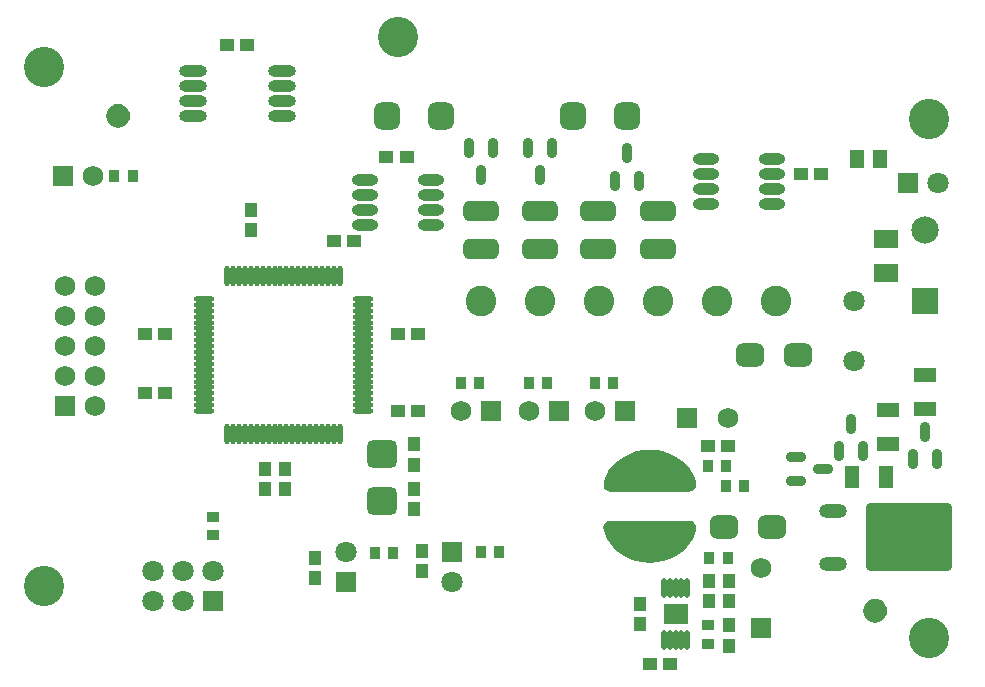
<source format=gts>
G04 Layer_Color=8388736*
%FSLAX24Y24*%
%MOIN*%
G70*
G01*
G75*
G04:AMPARAMS|DCode=62|XSize=287.5mil|YSize=226.5mil|CornerRadius=14.9mil|HoleSize=0mil|Usage=FLASHONLY|Rotation=0.000|XOffset=0mil|YOffset=0mil|HoleType=Round|Shape=RoundedRectangle|*
%AMROUNDEDRECTD62*
21,1,0.2875,0.1967,0,0,0.0*
21,1,0.2577,0.2265,0,0,0.0*
1,1,0.0299,0.1288,-0.0983*
1,1,0.0299,-0.1288,-0.0983*
1,1,0.0299,-0.1288,0.0983*
1,1,0.0299,0.1288,0.0983*
%
%ADD62ROUNDEDRECTD62*%
%ADD63O,0.0926X0.0474*%
%ADD64R,0.0356X0.0434*%
%ADD65O,0.0930X0.0375*%
%ADD66R,0.0474X0.0434*%
%ADD67R,0.0434X0.0474*%
%ADD68O,0.0671X0.0198*%
%ADD69O,0.0198X0.0671*%
%ADD70R,0.0493X0.0769*%
%ADD71R,0.0769X0.0493*%
%ADD72O,0.0671X0.0361*%
%ADD73O,0.0361X0.0671*%
%ADD74R,0.0789X0.0631*%
G04:AMPARAMS|DCode=75|XSize=94.6mil|YSize=76.9mil|CornerRadius=21.2mil|HoleSize=0mil|Usage=FLASHONLY|Rotation=0.000|XOffset=0mil|YOffset=0mil|HoleType=Round|Shape=RoundedRectangle|*
%AMROUNDEDRECTD75*
21,1,0.0946,0.0344,0,0,0.0*
21,1,0.0522,0.0769,0,0,0.0*
1,1,0.0424,0.0261,-0.0172*
1,1,0.0424,-0.0261,-0.0172*
1,1,0.0424,-0.0261,0.0172*
1,1,0.0424,0.0261,0.0172*
%
%ADD75ROUNDEDRECTD75*%
%ADD76R,0.0434X0.0356*%
%ADD77O,0.0198X0.0651*%
%ADD78R,0.0808X0.0690*%
G04:AMPARAMS|DCode=79|XSize=118.2mil|YSize=67.1mil|CornerRadius=18.8mil|HoleSize=0mil|Usage=FLASHONLY|Rotation=0.000|XOffset=0mil|YOffset=0mil|HoleType=Round|Shape=RoundedRectangle|*
%AMROUNDEDRECTD79*
21,1,0.1182,0.0295,0,0,0.0*
21,1,0.0807,0.0671,0,0,0.0*
1,1,0.0375,0.0404,-0.0148*
1,1,0.0375,-0.0404,-0.0148*
1,1,0.0375,-0.0404,0.0148*
1,1,0.0375,0.0404,0.0148*
%
%ADD79ROUNDEDRECTD79*%
%ADD80O,0.0880X0.0375*%
G04:AMPARAMS|DCode=81|XSize=98.6mil|YSize=90.7mil|CornerRadius=16.4mil|HoleSize=0mil|Usage=FLASHONLY|Rotation=180.000|XOffset=0mil|YOffset=0mil|HoleType=Round|Shape=RoundedRectangle|*
%AMROUNDEDRECTD81*
21,1,0.0986,0.0579,0,0,180.0*
21,1,0.0657,0.0907,0,0,180.0*
1,1,0.0328,-0.0329,0.0289*
1,1,0.0328,0.0329,0.0289*
1,1,0.0328,0.0329,-0.0289*
1,1,0.0328,-0.0329,-0.0289*
%
%ADD81ROUNDEDRECTD81*%
%ADD82R,0.0493X0.0631*%
G04:AMPARAMS|DCode=83|XSize=90.7mil|YSize=86.7mil|CornerRadius=23.7mil|HoleSize=0mil|Usage=FLASHONLY|Rotation=270.000|XOffset=0mil|YOffset=0mil|HoleType=Round|Shape=RoundedRectangle|*
%AMROUNDEDRECTD83*
21,1,0.0907,0.0394,0,0,270.0*
21,1,0.0433,0.0867,0,0,270.0*
1,1,0.0474,-0.0197,-0.0217*
1,1,0.0474,-0.0197,0.0217*
1,1,0.0474,0.0197,0.0217*
1,1,0.0474,0.0197,-0.0217*
%
%ADD83ROUNDEDRECTD83*%
%ADD84C,0.1340*%
%ADD85R,0.0710X0.0710*%
%ADD86C,0.0710*%
%ADD87C,0.0680*%
%ADD88R,0.0680X0.0680*%
%ADD89R,0.0907X0.0907*%
%ADD90C,0.0907*%
%ADD91R,0.0680X0.0680*%
%ADD92R,0.0710X0.0710*%
%ADD93C,0.1025*%
G36*
X26914Y44626D02*
X27010Y44586D01*
X27092Y44523D01*
X27155Y44441D01*
X27195Y44345D01*
X27208Y44242D01*
X27195Y44139D01*
X27155Y44044D01*
X27092Y43961D01*
X27010Y43898D01*
X26914Y43859D01*
X26811Y43845D01*
X26708Y43859D01*
X26612Y43898D01*
X26530Y43961D01*
X26467Y44044D01*
X26427Y44139D01*
X26414Y44242D01*
X26427Y44345D01*
X26467Y44441D01*
X26530Y44523D01*
X26612Y44586D01*
X26708Y44626D01*
X26811Y44639D01*
X26914Y44626D01*
D02*
G37*
G36*
X44763Y33101D02*
X44765Y33100D01*
X44768Y33100D01*
X44987Y33056D01*
X44989Y33054D01*
X44992Y33055D01*
X45203Y32982D01*
X45205Y32980D01*
X45208Y32980D01*
X45407Y32879D01*
X45409Y32877D01*
X45412Y32876D01*
X45596Y32751D01*
X45598Y32748D01*
X45601Y32747D01*
X45766Y32598D01*
X45767Y32597D01*
X45768Y32596D01*
X45771Y32594D01*
X45771Y32592D01*
X45773Y32591D01*
X45878Y32465D01*
X45879Y32461D01*
X45882Y32459D01*
X45966Y32318D01*
X45967Y32314D01*
X45969Y32312D01*
X46031Y32159D01*
X46030Y32157D01*
X46032Y32156D01*
X46074Y32022D01*
X46073Y32017D01*
X46075Y32014D01*
X46084Y31941D01*
X46082Y31933D01*
X46083Y31925D01*
X46064Y31854D01*
X46059Y31847D01*
X46057Y31839D01*
X46013Y31780D01*
X46006Y31776D01*
X46002Y31769D01*
X45939Y31730D01*
X45931Y31728D01*
X45924Y31724D01*
X45852Y31710D01*
X45848Y31711D01*
X45844Y31709D01*
X43239D01*
X43235Y31711D01*
X43230Y31710D01*
X43156Y31724D01*
X43149Y31729D01*
X43141Y31730D01*
X43077Y31771D01*
X43072Y31777D01*
X43065Y31782D01*
X43021Y31842D01*
X43019Y31850D01*
X43014Y31857D01*
X42994Y31930D01*
X42995Y31938D01*
X42993Y31946D01*
X43002Y32021D01*
X43004Y32025D01*
X43004Y32029D01*
X43044Y32159D01*
X43045Y32160D01*
X43045Y32162D01*
X43106Y32313D01*
X43108Y32315D01*
X43109Y32319D01*
X43192Y32458D01*
X43195Y32461D01*
X43196Y32464D01*
X43300Y32589D01*
X43301Y32590D01*
X43302Y32592D01*
X43307Y32596D01*
X43308Y32597D01*
X43309Y32598D01*
X43474Y32747D01*
X43477Y32748D01*
X43479Y32751D01*
X43663Y32876D01*
X43666Y32877D01*
X43668Y32879D01*
X43867Y32980D01*
X43870Y32980D01*
X43872Y32982D01*
X44083Y33055D01*
X44086Y33054D01*
X44088Y33056D01*
X44307Y33100D01*
X44309Y33100D01*
X44312Y33101D01*
X44535Y33116D01*
X44537Y33115D01*
X44540Y33116D01*
X44763Y33101D01*
D02*
G37*
G36*
X45840Y30750D02*
X45844Y30750D01*
X45919Y30736D01*
X45926Y30732D01*
X45934Y30730D01*
X45998Y30690D01*
X46002Y30683D01*
X46009Y30679D01*
X46054Y30618D01*
X46056Y30610D01*
X46061Y30604D01*
X46080Y30531D01*
X46079Y30522D01*
X46082Y30514D01*
X46073Y30439D01*
X46071Y30436D01*
X46071Y30431D01*
X46031Y30302D01*
X46030Y30301D01*
X46030Y30299D01*
X45969Y30148D01*
X45967Y30145D01*
X45966Y30142D01*
X45883Y30002D01*
X45880Y30000D01*
X45879Y29997D01*
X45775Y29872D01*
X45773Y29871D01*
X45773Y29869D01*
X45768Y29864D01*
X45767Y29864D01*
X45766Y29863D01*
X45601Y29713D01*
X45598Y29712D01*
X45596Y29710D01*
X45412Y29584D01*
X45409Y29584D01*
X45407Y29581D01*
X45208Y29481D01*
X45205Y29481D01*
X45203Y29479D01*
X44992Y29406D01*
X44989Y29406D01*
X44987Y29405D01*
X44768Y29360D01*
X44765Y29361D01*
X44763Y29360D01*
X44540Y29345D01*
X44537Y29346D01*
X44535Y29345D01*
X44312Y29360D01*
X44309Y29361D01*
X44307Y29360D01*
X44088Y29405D01*
X44086Y29406D01*
X44083Y29406D01*
X43872Y29479D01*
X43870Y29481D01*
X43867Y29481D01*
X43668Y29581D01*
X43666Y29584D01*
X43663Y29584D01*
X43479Y29710D01*
X43477Y29712D01*
X43474Y29713D01*
X43309Y29863D01*
X43308Y29864D01*
X43307Y29865D01*
X43304Y29867D01*
X43304Y29869D01*
X43302Y29869D01*
X43197Y29996D01*
X43196Y29999D01*
X43193Y30001D01*
X43109Y30143D01*
X43108Y30146D01*
X43106Y30149D01*
X43044Y30302D01*
X43044Y30304D01*
X43043Y30305D01*
X43001Y30439D01*
X43002Y30443D01*
X43000Y30447D01*
X42991Y30520D01*
X42993Y30528D01*
X42992Y30536D01*
X43011Y30607D01*
X43016Y30613D01*
X43018Y30621D01*
X43061Y30681D01*
X43068Y30685D01*
X43073Y30692D01*
X43135Y30731D01*
X43143Y30732D01*
X43150Y30737D01*
X43222Y30750D01*
X43227Y30750D01*
X43231Y30751D01*
X45836D01*
X45840Y30750D01*
D02*
G37*
G36*
X52150Y28130D02*
X52246Y28090D01*
X52328Y28027D01*
X52391Y27945D01*
X52431Y27849D01*
X52444Y27746D01*
X52431Y27643D01*
X52391Y27548D01*
X52328Y27465D01*
X52246Y27402D01*
X52150Y27362D01*
X52047Y27349D01*
X51944Y27362D01*
X51849Y27402D01*
X51766Y27465D01*
X51703Y27548D01*
X51664Y27643D01*
X51650Y27746D01*
X51664Y27849D01*
X51703Y27945D01*
X51766Y28027D01*
X51849Y28090D01*
X51944Y28130D01*
X52047Y28143D01*
X52150Y28130D01*
D02*
G37*
D62*
X53189Y30187D02*
D03*
D63*
X50630Y31085D02*
D03*
Y29289D02*
D03*
D64*
X26683Y42234D02*
D03*
X27293D02*
D03*
X35364Y29685D02*
D03*
X35974D02*
D03*
X47126Y29498D02*
D03*
X46516D02*
D03*
X47687Y31890D02*
D03*
X47077D02*
D03*
X47077Y32579D02*
D03*
X46467D02*
D03*
X38248Y35344D02*
D03*
X38858D02*
D03*
X40502D02*
D03*
X41112D02*
D03*
X42707D02*
D03*
X43317D02*
D03*
X38898Y29705D02*
D03*
X39508D02*
D03*
D65*
X32261Y44738D02*
D03*
X29311D02*
D03*
X32261Y45738D02*
D03*
Y45238D02*
D03*
Y44238D02*
D03*
X29311Y45738D02*
D03*
Y45238D02*
D03*
Y44238D02*
D03*
D66*
X31122Y46614D02*
D03*
X30453D02*
D03*
X34665Y40079D02*
D03*
X33996D02*
D03*
X27697Y34990D02*
D03*
X28366D02*
D03*
X36811Y34400D02*
D03*
X36142D02*
D03*
X27697Y36959D02*
D03*
X28366D02*
D03*
X45197Y25965D02*
D03*
X44528D02*
D03*
X46467Y33248D02*
D03*
X47136D02*
D03*
X36427Y42884D02*
D03*
X35758D02*
D03*
X36811Y36959D02*
D03*
X36142D02*
D03*
X50236Y42303D02*
D03*
X49567D02*
D03*
D67*
X36959Y29724D02*
D03*
Y29055D02*
D03*
X44203Y27972D02*
D03*
Y27303D02*
D03*
X47185Y26585D02*
D03*
Y27254D02*
D03*
X47185Y28740D02*
D03*
Y28071D02*
D03*
X46516Y28740D02*
D03*
Y28071D02*
D03*
X31703Y31811D02*
D03*
Y32480D02*
D03*
X32382Y31811D02*
D03*
Y32480D02*
D03*
X33376Y28848D02*
D03*
Y29518D02*
D03*
X36683Y31811D02*
D03*
Y31142D02*
D03*
Y32618D02*
D03*
Y33287D02*
D03*
X31240Y41102D02*
D03*
Y40433D02*
D03*
D68*
X29685Y34400D02*
D03*
Y37156D02*
D03*
Y37352D02*
D03*
X34961D02*
D03*
Y37156D02*
D03*
Y34400D02*
D03*
X29685Y37549D02*
D03*
Y37746D02*
D03*
Y37943D02*
D03*
Y38140D02*
D03*
X34961D02*
D03*
Y37943D02*
D03*
Y37746D02*
D03*
Y37549D02*
D03*
X29685Y34596D02*
D03*
Y34793D02*
D03*
Y34990D02*
D03*
Y35187D02*
D03*
Y35384D02*
D03*
Y35581D02*
D03*
Y35778D02*
D03*
Y35974D02*
D03*
Y36171D02*
D03*
Y36368D02*
D03*
Y36565D02*
D03*
Y36762D02*
D03*
Y36959D02*
D03*
X34961D02*
D03*
Y36762D02*
D03*
Y36565D02*
D03*
Y36368D02*
D03*
Y36171D02*
D03*
Y35974D02*
D03*
Y35778D02*
D03*
Y35581D02*
D03*
Y35384D02*
D03*
Y35187D02*
D03*
Y34990D02*
D03*
Y34793D02*
D03*
Y34596D02*
D03*
D69*
X32224Y38907D02*
D03*
X32421D02*
D03*
Y33632D02*
D03*
X32224D02*
D03*
X30453Y38907D02*
D03*
X30650D02*
D03*
X30846D02*
D03*
X31043D02*
D03*
X31240D02*
D03*
X31437D02*
D03*
X31634D02*
D03*
X31831D02*
D03*
X32028D02*
D03*
X32618D02*
D03*
X32815D02*
D03*
X33012D02*
D03*
X33209D02*
D03*
X33406D02*
D03*
X33602D02*
D03*
X33799D02*
D03*
X33996D02*
D03*
X34193D02*
D03*
X32028Y33632D02*
D03*
X31831D02*
D03*
X31634D02*
D03*
X31437D02*
D03*
X31240D02*
D03*
X31043D02*
D03*
X30846D02*
D03*
X30650D02*
D03*
X30453D02*
D03*
X34193D02*
D03*
X33996D02*
D03*
X33799D02*
D03*
X33602D02*
D03*
X33406D02*
D03*
X33209D02*
D03*
X33012D02*
D03*
X32815D02*
D03*
X32618D02*
D03*
D70*
X51260Y32205D02*
D03*
X52402D02*
D03*
D71*
X52490Y34449D02*
D03*
Y33307D02*
D03*
X53701Y35600D02*
D03*
Y34459D02*
D03*
D72*
X49395Y32854D02*
D03*
Y32054D02*
D03*
X50305Y32454D02*
D03*
D73*
X53297Y32800D02*
D03*
X54097D02*
D03*
X53697Y33710D02*
D03*
X50837Y33066D02*
D03*
X51637D02*
D03*
X51237Y33976D02*
D03*
X43376Y42082D02*
D03*
X44176D02*
D03*
X43776Y42992D02*
D03*
X40460Y43164D02*
D03*
X41260D02*
D03*
X40860Y42254D02*
D03*
X38501Y43164D02*
D03*
X39301D02*
D03*
X38901Y42254D02*
D03*
D74*
X52421Y39006D02*
D03*
Y40148D02*
D03*
D75*
X49488Y36280D02*
D03*
X47874D02*
D03*
X47008Y30541D02*
D03*
X48622D02*
D03*
D76*
X46476Y27254D02*
D03*
Y26644D02*
D03*
X29961Y30876D02*
D03*
Y30266D02*
D03*
D77*
X45000Y26772D02*
D03*
X45197D02*
D03*
X45394D02*
D03*
X45591D02*
D03*
X45787D02*
D03*
Y28504D02*
D03*
X45591D02*
D03*
X45394D02*
D03*
X45197D02*
D03*
X45000D02*
D03*
D78*
X45394Y27638D02*
D03*
D79*
X42825Y41063D02*
D03*
Y39803D02*
D03*
X44803Y41063D02*
D03*
Y39803D02*
D03*
X40866Y41063D02*
D03*
Y39803D02*
D03*
X38898Y41063D02*
D03*
Y39803D02*
D03*
D80*
X37230Y41116D02*
D03*
X35030D02*
D03*
X37230Y40616D02*
D03*
X35030D02*
D03*
X37230Y42116D02*
D03*
Y41616D02*
D03*
X35030D02*
D03*
Y42116D02*
D03*
X46422Y42289D02*
D03*
X48622D02*
D03*
X46422Y42789D02*
D03*
X48622D02*
D03*
X46422Y41289D02*
D03*
Y41789D02*
D03*
X48622D02*
D03*
Y41289D02*
D03*
D81*
X35610Y31398D02*
D03*
Y32972D02*
D03*
D82*
X52205Y42815D02*
D03*
X51457D02*
D03*
D83*
X35768Y44222D02*
D03*
X37579D02*
D03*
X41968D02*
D03*
X43780D02*
D03*
D84*
X24328Y28554D02*
D03*
Y45876D02*
D03*
X53856Y26821D02*
D03*
Y44144D02*
D03*
X36139Y46880D02*
D03*
D85*
X29961Y28071D02*
D03*
X53149Y42008D02*
D03*
D86*
X28961Y28071D02*
D03*
X29961Y29071D02*
D03*
X28961D02*
D03*
X27961Y28071D02*
D03*
Y29071D02*
D03*
X51358Y38073D02*
D03*
Y36073D02*
D03*
X34419Y29691D02*
D03*
X37943Y28715D02*
D03*
X54149Y42008D02*
D03*
D87*
X26039Y36567D02*
D03*
X25039D02*
D03*
X26039Y37567D02*
D03*
Y38567D02*
D03*
Y34567D02*
D03*
Y35567D02*
D03*
X25039Y37567D02*
D03*
Y38567D02*
D03*
Y35567D02*
D03*
X42711Y34390D02*
D03*
X38242D02*
D03*
X40506D02*
D03*
X47146Y34183D02*
D03*
X48228Y29175D02*
D03*
X25970Y42244D02*
D03*
D88*
X25039Y34567D02*
D03*
X48228Y27175D02*
D03*
D89*
X53701Y38081D02*
D03*
D90*
Y40443D02*
D03*
D91*
X43711Y34390D02*
D03*
X39242D02*
D03*
X41506D02*
D03*
X45768Y34183D02*
D03*
X24970Y42244D02*
D03*
D92*
X34419Y28691D02*
D03*
X37943Y29715D02*
D03*
D93*
X46772Y38081D02*
D03*
X48740D02*
D03*
X42835D02*
D03*
X44803D02*
D03*
X38898D02*
D03*
X40866D02*
D03*
M02*

</source>
